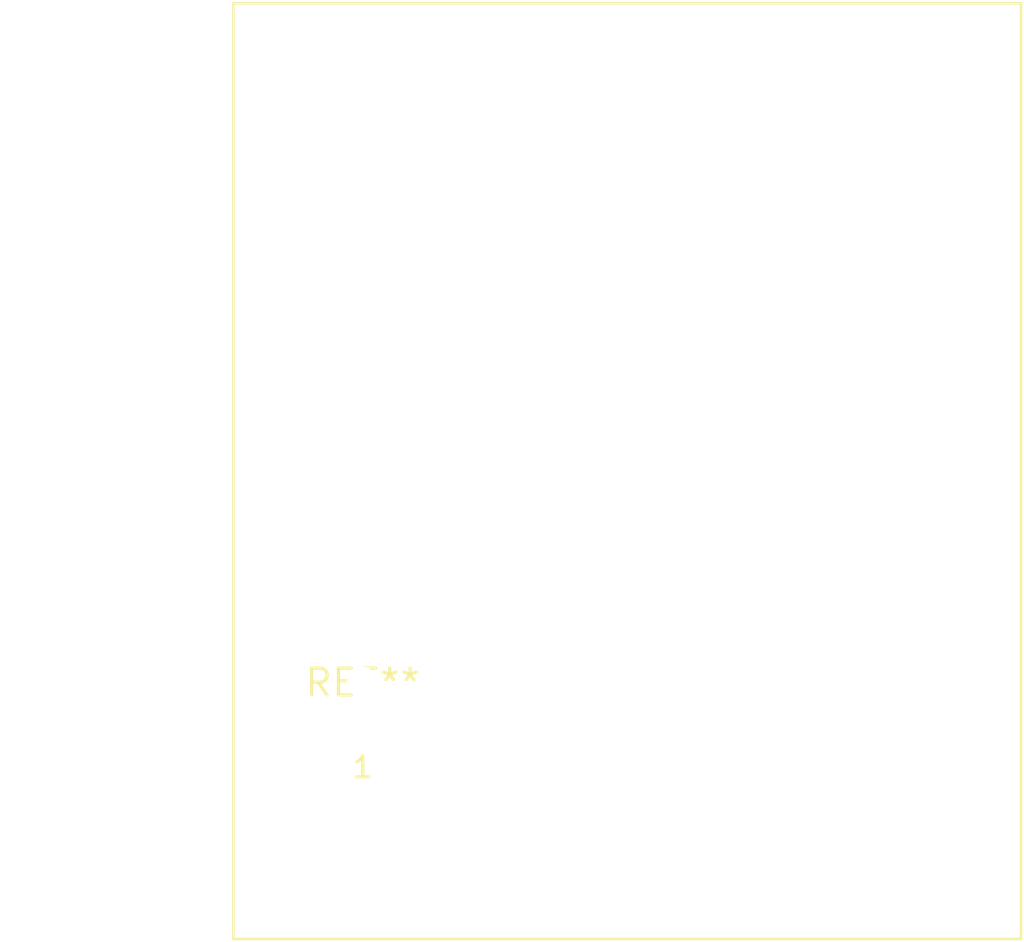
<source format=kicad_pcb>
(kicad_pcb (version 20240108) (generator pcbnew)
  (layers (0 "F.Cu" signal) (31 "B.Cu" signal) (34 "B.Paste" user) (35 "F.Paste" user) (36 "B.SilkS" user "B.Silkscreen") (37 "F.SilkS" user "F.Silkscreen") (38 "B.Mask" user) (39 "F.Mask" user) (44 "Edge.Cuts" user))
  (net 0 "")
  (footprint "Transformer_CHK_EI42-5VA_Neutral" (layer "F.Cu") (at 0 0)
    (property "Reference" "REF**")
    (property "Value" "Transformer_CHK_EI42-5VA_Neutral")
    (fp_line (start -6.12 -32.12) (end -6.12 12.12) (layer "F.SilkS") (stroke (width 0.12)))
    (fp_line (start -6.12 -32.12) (end 31.12 -32.12) (layer "F.SilkS") (stroke (width 0.12)))
    (fp_line (start 31.12 12.12) (end -6.12 12.12) (layer "F.SilkS") (stroke (width 0.12)))
    (fp_line (start 31.12 12.12) (end 31.12 -32.12) (layer "F.SilkS") (stroke (width 0.12)))
    (fp_text user "1" (at 0 4 0) (layer "F.SilkS"))
    (pad "1" thru_hole circle (at 0 0) (size 3 3) (drill 1.5) (layers *.Cu *.Mask) (remove_unused_layers))
    (pad "2" thru_hole circle (at 0 -5) (size 3 3) (drill 1.5) (layers *.Cu *.Mask) (remove_unused_layers))
    (pad "3" thru_hole circle (at 0 -10) (size 3 3) (drill 1.5) (layers *.Cu *.Mask) (remove_unused_layers))
    (pad "4" thru_hole circle (at 0 -15) (size 3 3) (drill 1.5) (layers *.Cu *.Mask) (remove_unused_layers))
    (pad "5" thru_hole circle (at 0 -20) (size 3 3) (drill 1.5) (layers *.Cu *.Mask) (remove_unused_layers))
    (pad "6" thru_hole circle (at 25 -20) (size 3 3) (drill 1.5) (layers *.Cu *.Mask) (remove_unused_layers))
    (pad "7" thru_hole circle (at 25 -15) (size 3 3) (drill 1.5) (layers *.Cu *.Mask) (remove_unused_layers))
    (pad "8" thru_hole circle (at 25 -10) (size 3 3) (drill 1.5) (layers *.Cu *.Mask) (remove_unused_layers))
    (pad "9" thru_hole circle (at 25 -5) (size 3 3) (drill 1.5) (layers *.Cu *.Mask) (remove_unused_layers))
    (pad "10" thru_hole circle (at 25 0) (size 3 3) (drill 1.5) (layers *.Cu *.Mask) (remove_unused_layers))
  )
)
</source>
